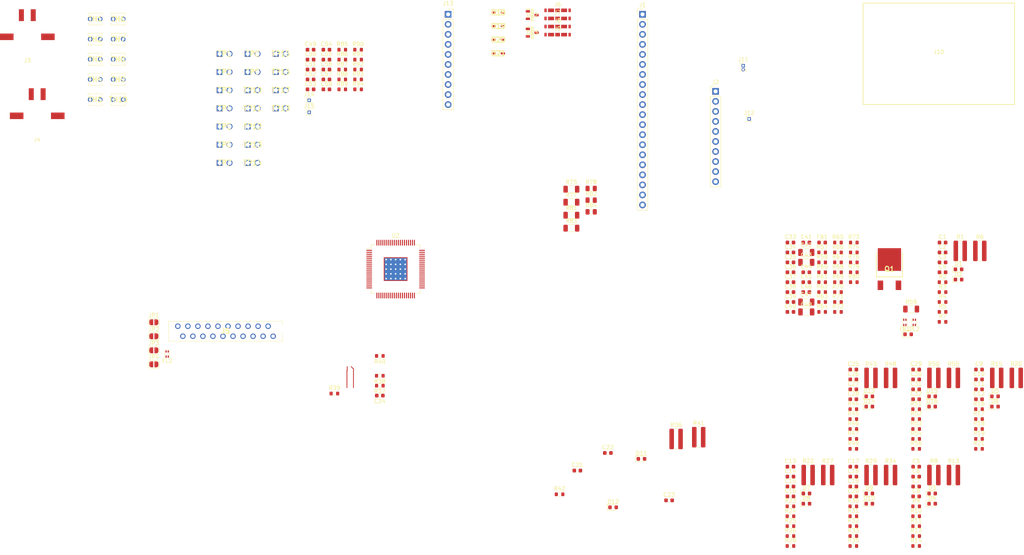
<source format=kicad_pcb>
(kicad_pcb
	(version 20240108)
	(generator "pcbnew")
	(generator_version "8.0")
	(general
		(thickness 1.6)
		(legacy_teardrops no)
	)
	(paper "A4")
	(layers
		(0 "F.Cu" signal)
		(31 "B.Cu" signal)
		(32 "B.Adhes" user "B.Adhesive")
		(33 "F.Adhes" user "F.Adhesive")
		(34 "B.Paste" user)
		(35 "F.Paste" user)
		(36 "B.SilkS" user "B.Silkscreen")
		(37 "F.SilkS" user "F.Silkscreen")
		(38 "B.Mask" user)
		(39 "F.Mask" user)
		(40 "Dwgs.User" user "User.Drawings")
		(41 "Cmts.User" user "User.Comments")
		(42 "Eco1.User" user "User.Eco1")
		(43 "Eco2.User" user "User.Eco2")
		(44 "Edge.Cuts" user)
		(45 "Margin" user)
		(46 "B.CrtYd" user "B.Courtyard")
		(47 "F.CrtYd" user "F.Courtyard")
		(48 "B.Fab" user)
		(49 "F.Fab" user)
		(50 "User.1" user)
		(51 "User.2" user)
		(52 "User.3" user)
		(53 "User.4" user)
		(54 "User.5" user)
		(55 "User.6" user)
		(56 "User.7" user)
		(57 "User.8" user)
		(58 "User.9" user)
	)
	(setup
		(pad_to_mask_clearance 0)
		(allow_soldermask_bridges_in_footprints no)
		(pcbplotparams
			(layerselection 0x00010fc_ffffffff)
			(plot_on_all_layers_selection 0x0000000_00000000)
			(disableapertmacros no)
			(usegerberextensions no)
			(usegerberattributes yes)
			(usegerberadvancedattributes yes)
			(creategerberjobfile yes)
			(dashed_line_dash_ratio 12.000000)
			(dashed_line_gap_ratio 3.000000)
			(svgprecision 4)
			(plotframeref no)
			(viasonmask no)
			(mode 1)
			(useauxorigin no)
			(hpglpennumber 1)
			(hpglpenspeed 20)
			(hpglpendiameter 15.000000)
			(pdf_front_fp_property_popups yes)
			(pdf_back_fp_property_popups yes)
			(dxfpolygonmode yes)
			(dxfimperialunits yes)
			(dxfusepcbnewfont yes)
			(psnegative no)
			(psa4output no)
			(plotreference yes)
			(plotvalue yes)
			(plotfptext yes)
			(plotinvisibletext no)
			(sketchpadsonfab no)
			(subtractmaskfromsilk no)
			(outputformat 1)
			(mirror no)
			(drillshape 1)
			(scaleselection 1)
			(outputdirectory "")
		)
	)
	(net 0 "")
	(net 1 "/FilterBalancingNetwork/CB")
	(net 2 "/FilterBalancingNetwork/CB:A")
	(net 3 "/FilterBalancingNetwork/CA")
	(net 4 "/Cell 15{slash}16")
	(net 5 "/FilterBalancingNetwork/SBP")
	(net 6 "/Cell 15{slash}14")
	(net 7 "/FilterBalancingNetwork/SAP")
	(net 8 "/FilterBalancingNetwork1/CB:A")
	(net 9 "/FilterBalancingNetwork1/CB")
	(net 10 "/FilterBalancingNetwork1/CA")
	(net 11 "/Cell 14{slash}13")
	(net 12 "/FilterBalancingNetwork1/SBP")
	(net 13 "/Cell 13{slash}12")
	(net 14 "/FilterBalancingNetwork1/SAP")
	(net 15 "/FilterBalancingNetwork2/CB:A")
	(net 16 "/FilterBalancingNetwork2/CB")
	(net 17 "/FilterBalancingNetwork2/CA")
	(net 18 "/Cell 12{slash}11")
	(net 19 "/FilterBalancingNetwork2/SBP")
	(net 20 "/FilterBalancingNetwork2/SAP")
	(net 21 "/Cell 11{slash}10")
	(net 22 "/FilterBalancingNetwork3/CB:A")
	(net 23 "/FilterBalancingNetwork3/CB")
	(net 24 "/FilterBalancingNetwork3/CA")
	(net 25 "/FilterBalancingNetwork3/SBP")
	(net 26 "/Cell 10{slash}9")
	(net 27 "/FilterBalancingNetwork3/SAP")
	(net 28 "/Cell 9{slash}8")
	(net 29 "/FilterBalancingNetwork4/CB:A")
	(net 30 "/FilterBalancingNetwork4/CB")
	(net 31 "/FilterBalancingNetwork4/CA")
	(net 32 "/FilterBalancingNetwork4/SBP")
	(net 33 "/Cell 8{slash}7")
	(net 34 "/Cell 7{slash}6")
	(net 35 "/FilterBalancingNetwork4/SAP")
	(net 36 "/FilterBalancingNetwork5/CB:A")
	(net 37 "/FilterBalancingNetwork5/CB")
	(net 38 "/FilterBalancingNetwork5/CA")
	(net 39 "/FilterBalancingNetwork5/SBP")
	(net 40 "/Cell 6{slash}5")
	(net 41 "/Cell 5{slash}4")
	(net 42 "/FilterBalancingNetwork5/SAP")
	(net 43 "/FilterBalancingNetwork6/CB")
	(net 44 "/FilterBalancingNetwork6/CB:A")
	(net 45 "/FilterBalancingNetwork6/CA")
	(net 46 "/FilterBalancingNetwork6/SBP")
	(net 47 "/Cell 4{slash}3")
	(net 48 "/Cell 3{slash}2")
	(net 49 "/FilterBalancingNetwork6/SAP")
	(net 50 "/FilterBalancingNetwork7/CB:A")
	(net 51 "/FilterBalancingNetwork7/CB")
	(net 52 "/FilterBalancingNetwork7/CA")
	(net 53 "/FilterBalancingNetwork7/SBP")
	(net 54 "/Cell 2{slash}1")
	(net 55 "GND")
	(net 56 "/FilterBalancingNetwork7/SAP")
	(net 57 "Net-(U2-V+)")
	(net 58 "Net-(U2-VREF1)")
	(net 59 "Net-(U2-VREF2)")
	(net 60 "+5V")
	(net 61 "Net-(Q1-C)")
	(net 62 "Net-(U2-DRIVE)")
	(net 63 "Net-(U2-IPB)")
	(net 64 "Net-(U2-IMB)")
	(net 65 "Net-(C41-Pad2)")
	(net 66 "Net-(J3-Pin_1)")
	(net 67 "Net-(J3-Pin_2)")
	(net 68 "Net-(U2-CSB(IMA))")
	(net 69 "Net-(U2-SCK(IPA))")
	(net 70 "Net-(C46-Pad2)")
	(net 71 "Net-(J4-Pin_1)")
	(net 72 "Net-(C47-Pad1)")
	(net 73 "Net-(J4-Pin_2)")
	(net 74 "Net-(C48-Pad1)")
	(net 75 "Net-(D1-A)")
	(net 76 "Net-(D2-A)")
	(net 77 "Net-(D3-A)")
	(net 78 "Net-(D4-A)")
	(net 79 "Net-(D5-A)")
	(net 80 "Net-(D6-A)")
	(net 81 "Net-(D7-A)")
	(net 82 "Net-(D8-A)")
	(net 83 "Net-(D9-A)")
	(net 84 "Net-(D10-A)")
	(net 85 "Net-(D11-A)")
	(net 86 "Net-(D12-A)")
	(net 87 "Net-(D13-A)")
	(net 88 "Net-(D14-A)")
	(net 89 "Net-(D15-A)")
	(net 90 "Net-(D16-A)")
	(net 91 "Net-(D17-A)")
	(net 92 "Net-(Q1-E)")
	(net 93 "Net-(Q1-B)")
	(net 94 "VBUS")
	(net 95 "Net-(J2-Pin_1)")
	(net 96 "Net-(U2-GPIO1)")
	(net 97 "Net-(J2-Pin_2)")
	(net 98 "Net-(U2-GPIO2)")
	(net 99 "Net-(U2-GPIO3)")
	(net 100 "Net-(J2-Pin_3)")
	(net 101 "Net-(J2-Pin_4)")
	(net 102 "/TMP_SDA")
	(net 103 "Net-(J2-Pin_5)")
	(net 104 "/TMP_SCL")
	(net 105 "Net-(J2-Pin_6)")
	(net 106 "Net-(U2-GPIO6)")
	(net 107 "Net-(J2-Pin_7)")
	(net 108 "Net-(U2-GPIO7)")
	(net 109 "Net-(U2-GPIO8)")
	(net 110 "Net-(J2-Pin_8)")
	(net 111 "Net-(U2-GPIO9)")
	(net 112 "Net-(J2-Pin_9)")
	(net 113 "Net-(J2-Pin_10)")
	(net 114 "Net-(U2-GPIO10)")
	(net 115 "Net-(D19-A2)")
	(net 116 "Net-(D21-A2)")
	(net 117 "Net-(D18-A2)")
	(net 118 "Net-(D20-A2)")
	(net 119 "unconnected-(U2-NC-Pad66)")
	(net 120 "/NTC/V_out_1")
	(net 121 "/NTC/V_out_5")
	(net 122 "/NTC/V_out_2")
	(net 123 "/NTC/V_out_6")
	(net 124 "/NTC/V_out_3")
	(net 125 "/NTC/V_out_7")
	(net 126 "/NTC/V_out_4")
	(net 127 "/NTC/V_out_8")
	(net 128 "/NTC/V_out_9")
	(net 129 "/NTC/V_out_10")
	(net 130 "Net-(JP4-B)")
	(net 131 "Net-(JP1-B)")
	(net 132 "Net-(JP3-B)")
	(net 133 "Net-(JP2-B)")
	(net 134 "Net-(JP4-A)")
	(net 135 "Net-(JP1-A)")
	(net 136 "Net-(JP2-A)")
	(net 137 "Net-(JP3-A)")
	(footprint "Resistor_SMD:R_0603_1608Metric" (layer "F.Cu") (at 232.465 81.79))
	(footprint "Resistor_SMD:R_1020_2550Metric" (layer "F.Cu") (at 249.785 135.63))
	(footprint "Capacitor_SMD:C_1206_3216Metric" (layer "F.Cu") (at 228.455 79.28))
	(footprint "Capacitor_SMD:C_0603_1608Metric" (layer "F.Cu") (at 224.445 76.77))
	(footprint "Inductor_SMD:L_0603_1608Metric" (layer "F.Cu") (at 232.465 76.77))
	(footprint "Resistor_SMD:R_0805_2012Metric" (layer "F.Cu") (at 174 66.05))
	(footprint "Capacitor_SMD:C_0603_1608Metric" (layer "F.Cu") (at 120.5 115.52 180))
	(footprint "Connector_PinSocket_2.54mm:PinSocket_1x10_P2.54mm_Vertical" (layer "F.Cu") (at 137.79 19))
	(footprint "Slave:36900000" (layer "F.Cu") (at 165.5 24.15))
	(footprint "Resistor_SMD:R_0603_1608Metric" (layer "F.Cu") (at 236.475 76.77))
	(footprint "LED_SMD:LED_0603_1608Metric" (layer "F.Cu") (at 228.495 142.89))
	(footprint "Resistor_SMD:R_0603_1608Metric" (layer "F.Cu") (at 256.265 143.55))
	(footprint "Resistor_SMD:R_0603_1608Metric" (layer "F.Cu") (at 224.445 153.59))
	(footprint "Jumper:SolderJumper-2_P1.3mm_Open_RoundedPad1.0x1.5mm" (layer "F.Cu") (at 63.295 104.055))
	(footprint "Capacitor_SMD:C_0603_1608Metric" (layer "F.Cu") (at 256.265 133.51))
	(footprint "Capacitor_SMD:C_0603_1608Metric" (layer "F.Cu") (at 228.455 86.81))
	(footprint "Capacitor_SMD:C_0603_1608Metric" (layer "F.Cu") (at 224.445 84.3))
	(footprint "Resistor_SMD:R_0603_1608Metric" (layer "F.Cu") (at 240.355 146.06))
	(footprint "Micro-Mate-N-Lok:Micro Mate-N-Lok 2-Pol" (layer "F.Cu") (at 31.27 23.1))
	(footprint "Capacitor_SMD:C_0603_1608Metric" (layer "F.Cu") (at 240.355 136.02))
	(footprint "Resistor_SMD:R_0805_2012Metric" (layer "F.Cu") (at 174 63.1))
	(footprint "Resistor_SMD:R_0603_1608Metric" (layer "F.Cu") (at 272.175 129))
	(footprint "Capacitor_SMD:C_1206_3216Metric" (layer "F.Cu") (at 228.455 94.34))
	(footprint "Slave:5025" (layer "F.Cu") (at 87.065 29.005))
	(footprint "Capacitor_SMD:C_0603_1608Metric" (layer "F.Cu") (at 224.445 133.51))
	(footprint "Capacitor_SMD:C_0603_1608Metric" (layer "F.Cu") (at 224.445 79.28))
	(footprint "Slave:5025" (layer "F.Cu") (at 79.965 47.405))
	(footprint "Slave:5025" (layer "F.Cu") (at 79.965 38.205))
	(footprint "Resistor_SMD:R_0603_1608Metric" (layer "F.Cu") (at 232.465 86.81))
	(footprint "Resistor_SMD:R_0603_1608Metric" (layer "F.Cu") (at 240.485 76.77))
	(footprint "Resistor_SMD:R_0603_1608Metric" (layer "F.Cu") (at 120.5 105.48 180))
	(footprint "Connector_PinHeader_1.00mm:PinHeader_1x01_P1.00mm_Vertical" (layer "F.Cu") (at 214 45.5))
	(footprint "Resistor_SMD:R_0603_1608Metric" (layer "F.Cu") (at 109 115))
	(footprint "Resistor_SMD:R_1020_2550Metric" (layer "F.Cu") (at 260.745 135.63))
	(footprint "Resistor_SMD:R_0603_1608Metric" (layer "F.Cu") (at 240.355 118.96))
	(footprint "Resistor_SMD:R_0603_1608Metric" (layer "F.Cu") (at 236.475 89.32))
	(footprint "Capacitor_SMD:C_0603_1608Metric" (layer "F.Cu") (at 256.265 116.45))
	(footprint "Resistor_SMD:R_1020_2550Metric" (layer "F.Cu") (at 281.605 111.04))
	(footprint "Capacitor_SMD:C_0603_1608Metric" (layer "F.Cu") (at 262.945 81.79))
	(footprint "LED_SMD:LED_0603_1608Metric" (layer "F.Cu") (at 266.995 86.15))
	(footprint "Resistor_SMD:R_1020_2550Metric" (layer "F.Cu") (at 244.835 111.04))
	(footprint "Capacitor_SMD:C_0603_1608Metric" (layer "F.Cu") (at 224.445 91.83))
	(footprint "Slave:SOD2613X114N"
		(layer "F.Cu")
		(uuid "268fe574-a95f-4476-9697-d5376a057400")
		(at 150.5 25.45)
		(descr "SD12C-01FTG")
		(tags "TVS Diode (Bi-directional)")
		(property "Reference" "D20"
			(at 0 0 0)
			(layer "F.SilkS")
			(uuid "8bd62d42-82d0-48bc-af17-19d504e2eb3a")
			(effects
				(font
					(size 1.27 1.27)
					(thickness 0.254)
				)
			)
		)
		(property "Value" "SD12C-01FTG"
			(at 0 0 0)
			(layer "F.SilkS")
			(hide yes)
			(uuid "fcfa1cd4-90ab-4376-b7c9-e2234765e407")
			(effects
				(font
					(size 1.27 1.27)
					(thickness 0.254)
				)
			)
		)
		(property "Footprint" "Slave:SOD2613X114N"
			(at 0 0 0)
			(unlocked yes)
			(layer "F.Fab")
			(hide yes)
			(uuid "c4af484f-ea1b-4970-9c68-13df84206893")
			(effects
				(font
					(size 1.27 1.27)
				)
			)
		)
		(property "Datasheet" "https://www.littelfuse.com/media?resourcetype=datasheets&itemid=b682d4fa-3733-4cd6-9f7f-7cf1a490030b&filename=littelfuse_tvs_diode_array_sd_c_datasheet.pdf"
			(at 0 0 0)
			(unlocked yes)
			(layer "F.Fab")
			(hide yes)
			(uuid "c7da2bf3-cc5b-4eab-a9b4-02ef240dc8ad")
			(effects
				(font
					(size 1.27 1.27)
				)
			)
		)
		(property "Description" "Bidirectional transient-voltage-suppression diode"
			(at 0 0 0)
			(unlocked yes)
			(layer "F.Fab")
			(hide yes)
			(uuid "66bfea14-6e22-4000-bcc6-27a1fb2dd064")
			(effects
				(font
					(size 1.27 1.27)
				)
			)
		)
		(property ki_fp_filters "TO-???* *_Diode_* *SingleDiode* D_*")
		(path "/d3c1bbc3-198d-426a-b618-50516ab5fb4a")
		(sheetname "Stammblatt")
		(sheetfile "FT25_AMS_Slave.kicad_sch")
		(attr smd)
		(fp_line
			(start -1.688 -0.65)
			(end 0.875 -0.65)
			(stroke
				(width 0.2)
				(type solid)
			)
			(layer "F.SilkS")
			(uuid "d19d8e95-331c-496d-8f80-f1d8c611e584")
		)
		(fp_line
			(start -0.875 0.65)
			(end 0.875 0.65)
			(stroke
				(width 0.2)
				(type solid)
			)
			(layer "F.SilkS")
			(uuid "c64ad36e-df30-40b9-9aa8-7c6768d34722")
		)
		(fp_line
			(start -1.975 -1.2)
			(end 1.975 -1.2)
			(stroke
				(width 0.05)
				(type solid)
			)
			(layer "F.CrtYd")
			(uuid "b4cebe0c-d453-415d-a9d5-c959b0264caf")
		)
		(fp_line
			(start -1.975 1.2)
			(end -1.975 -1.2)
			(stroke
				(width 0.05)
				(type solid)
			)
			(layer "F.CrtYd")
			(uuid "b95716f9-0447-4ef1-ab81-857ff90f1dfa")
		)
		(fp_line
			(start 1.975 -1.2)
			(end 1.975 1.2)
			(stroke
				(width 0.05)
				(type solid)
			)
			(layer "F.CrtYd")
			(uuid "97ff191c-f0ac-4a63-a675-d2edb1939a1d")
		)
		(fp_line
			(start 1.975 1.2)
			(end -1.975 1.2)
			(stroke
				(width 0.05)
				(type solid)
			)
			(layer "F.CrtYd")
			(uuid "390bd560-9aed-4a76-a2e7-039f710fa6f8")
		)
		(fp_line
			(start -0.875 -0.65)
			(end 0.875 -0.65)
			(stroke
				(width 0.1)
				(type solid)
			)
			(layer "F.Fab")
			(uuid "2c8a5f06-2a4a-4a4a-8
... [896881 chars truncated]
</source>
